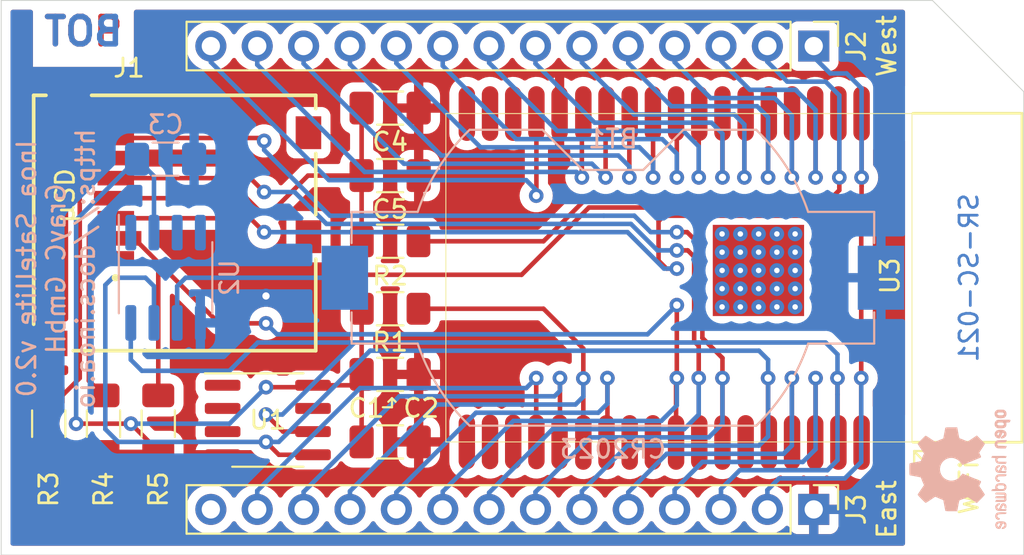
<source format=kicad_pcb>
(kicad_pcb (version 20211014) (generator pcbnew)
  (title_block (title "Satellite SoM") (date "2023-03-30") (rev "2.1") (company "GrayC GmbH") (comment 1 "Fabian Schlegel") (comment 2 "56x30.4") (comment 3 "ESP32-WROVER-IE, ATECC608A, µSD, RTC") (comment 4 "Microcontroller with Crypto and Storage as single Module"))
  (layers (0 "F.Cu" signal) (31 "B.Cu" signal) (34 "B.Paste" user) (35 "F.Paste" user) (36 "B.SilkS" user "B.Silkscreen") (37 "F.SilkS" user "F.Silkscreen") (38 "B.Mask" user) (39 "F.Mask" user) (44 "Edge.Cuts" user))
  (net 0 "")
  (net 1 "+3V3")
  (net 2 "GND")
  (net 5 "IO15")
  (net 6 "IO2")
  (net 7 "IO0")
  (net 8 "IO4")
  (net 9 "IO5")
  (net 10 "IO18")
  (net 11 "IO19")
  (net 12 "U0RXD")
  (net 13 "U0TXD")
  (net 14 "IO23")
  (net 15 "IO13")
  (net 16 "IO12")
  (net 17 "IO14")
  (net 18 "IO27")
  (net 19 "IO26")
  (net 20 "IO25")
  (net 21 "IO33")
  (net 22 "IO32")
  (net 23 "I35")
  (net 24 "I34")
  (net 25 "I39")
  (net 26 "I36")
  (net 27 "Chip_PU")
  (net 30 "IO22")
  (net 31 "IO21")
  (net 43 "Net-(BT1-Pad1)")
  (footprint "Capacitor_SMD:C_1206_3216Metric_Pad1.33x1.80mm_HandSolder" (layer "F.Cu") (at 141.3 100.8 180)
    (fp_text reference "C1" (at 1.3 -1.85) (layer "F.SilkS"))
    (fp_text value "100nF")
    (pad "1" smd roundrect locked (at -1.5625 0 180) (size 1.325 1.8) (layers "F.Cu" "F.Paste" "F.Mask") (roundrect_rratio 0.188679) (net 2 "GND"))
    (pad "2" smd roundrect locked (at 1.5625 0 180) (size 1.325 1.8) (layers "F.Cu" "F.Paste" "F.Mask") (roundrect_rratio 0.188679) (net 1 "+3V3"))
  )
  (footprint "Capacitor_SMD:C_1206_3216Metric_Pad1.33x1.80mm_HandSolder" (layer "F.Cu") (at 141.3 104.5)
    (fp_text reference "C2" (at 1.7 -1.85) (layer "F.SilkS"))
    (fp_text value "100nF")
    (pad "1" smd roundrect locked (at -1.5625 0) (size 1.325 1.8) (layers "F.Cu" "F.Paste" "F.Mask") (roundrect_rratio 0.188679) (net 1 "+3V3"))
    (pad "2" smd roundrect locked (at 1.5625 0) (size 1.325 1.8) (layers "F.Cu" "F.Paste" "F.Mask") (roundrect_rratio 0.188679) (net 2 "GND"))
  )
  (footprint "Capacitor_SMD:C_1206_3216Metric_Pad1.33x1.80mm_HandSolder" (layer "F.Cu") (at 141.3 86.2 180)
    (fp_text reference "C4" (at 0 -1.85) (layer "F.SilkS"))
    (fp_text value "100nF")
    (pad "1" smd roundrect locked (at -1.5625 0 180) (size 1.325 1.8) (layers "F.Cu" "F.Paste" "F.Mask") (roundrect_rratio 0.188679) (net 2 "GND"))
    (pad "2" smd roundrect locked (at 1.5625 0 180) (size 1.325 1.8) (layers "F.Cu" "F.Paste" "F.Mask") (roundrect_rratio 0.188679) (net 1 "+3V3"))
  )
  (footprint "Capacitor_SMD:C_1206_3216Metric_Pad1.33x1.80mm_HandSolder" (layer "F.Cu") (at 141.3 89.9 180)
    (fp_text reference "C5" (at 0 -1.85) (layer "F.SilkS"))
    (fp_text value "100nF")
    (pad "1" smd roundrect locked (at -1.5625 0 180) (size 1.325 1.8) (layers "F.Cu" "F.Paste" "F.Mask") (roundrect_rratio 0.188679) (net 2 "GND"))
    (pad "2" smd roundrect locked (at 1.5625 0 180) (size 1.325 1.8) (layers "F.Cu" "F.Paste" "F.Mask") (roundrect_rratio 0.188679) (net 1 "+3V3"))
  )
  (footprint "footprints:ESP32-WROVER" (layer "F.Cu") (at 169.3 95.5 -90)
    (fp_text reference "U3" (at -0.1 0.62 90) (layer "F.SilkS"))
    (fp_text value "ESP32-WROVER-IE-16MB" hide)
    (pad "1" smd oval locked (at -9 0.91 270) (size 3 0.9) (layers "F.Cu" "F.Paste" "F.Mask") (net 2 "GND"))
    (pad "2" smd oval locked (at -9 2.18 270) (size 3 0.9) (layers "F.Cu" "F.Paste" "F.Mask") (net 1 "+3V3"))
    (pad "3" smd oval locked (at -9 3.45 270) (size 3 0.9) (layers "F.Cu" "F.Paste" "F.Mask") (net 27 "Chip_PU"))
    (pad "4" smd oval locked (at -9 4.72 270) (size 3 0.9) (layers "F.Cu" "F.Paste" "F.Mask") (net 26 "I36"))
    (pad "5" smd oval locked (at -9 5.99 270) (size 3 0.9) (layers "F.Cu" "F.Paste" "F.Mask") (net 25 "I39"))
    (pad "6" smd oval locked (at -9 7.26 270) (size 3 0.9) (layers "F.Cu" "F.Paste" "F.Mask") (net 24 "I34"))
    (pad "7" smd oval locked (at -9 8.53 270) (size 3 0.9) (layers "F.Cu" "F.Paste" "F.Mask") (net 23 "I35"))
    (pad "8" smd oval locked (at -9 9.8 270) (size 3 0.9) (layers "F.Cu" "F.Paste" "F.Mask") (net 22 "IO32"))
    (pad "9" smd oval locked (at -9 11.07 270) (size 3 0.9) (layers "F.Cu" "F.Paste" "F.Mask") (net 21 "IO33"))
    (pad "10" smd oval locked (at -9 12.34 270) (size 3 0.9) (layers "F.Cu" "F.Paste" "F.Mask") (net 20 "IO25"))
    (pad "11" smd oval locked (at -9 13.61 270) (size 3 0.9) (layers "F.Cu" "F.Paste" "F.Mask") (net 19 "IO26"))
    (pad "12" smd oval locked (at -9 14.88 270) (size 3 0.9) (layers "F.Cu" "F.Paste" "F.Mask") (net 18 "IO27"))
    (pad "13" smd oval locked (at -9 16.15 270) (size 3 0.9) (layers "F.Cu" "F.Paste" "F.Mask") (net 17 "IO14"))
    (pad "14" smd oval locked (at -9 17.42 270) (size 3 0.9) (layers "F.Cu" "F.Paste" "F.Mask") (net 16 "IO12"))
    (pad "15" smd oval locked (at -9 18.72 270) (size 3 0.9) (layers "F.Cu" "F.Paste" "F.Mask") (net 2 "GND"))
    (pad "16" smd oval locked (at -9 19.99 270) (size 3 0.9) (layers "F.Cu" "F.Paste" "F.Mask") (net 15 "IO13"))
    (pad "17" smd oval locked (at -9 21.26 270) (size 3 0.9) (layers "F.Cu" "F.Paste" "F.Mask"))
    (pad "18" smd oval locked (at -9 22.53 270) (size 3 0.9) (layers "F.Cu" "F.Paste" "F.Mask"))
    (pad "19" smd oval locked (at -9 23.8 270) (size 3 0.9) (layers "F.Cu" "F.Paste" "F.Mask"))
    (pad "20" smd oval locked (at 9 23.8 270) (size 3 0.9) (layers "F.Cu" "F.Paste" "F.Mask"))
    (pad "21" smd oval locked (at 9 22.53 270) (size 3 0.9) (layers "F.Cu" "F.Paste" "F.Mask"))
    (pad "22" smd oval locked (at 9 21.26 270) (size 3 0.9) (layers "F.Cu" "F.Paste" "F.Mask"))
    (pad "23" smd oval locked (at 9 19.99 270) (size 3 0.9) (layers "F.Cu" "F.Paste" "F.Mask") (net 5 "IO15"))
    (pad "24" smd oval locked (at 9 18.72 270) (size 3 0.9) (layers "F.Cu" "F.Paste" "F.Mask") (net 6 "IO2"))
    (pad "25" smd oval locked (at 9.03 17.42 270) (size 3 0.9) (layers "F.Cu" "F.Paste" "F.Mask") (net 7 "IO0"))
    (pad "26" smd oval locked (at 9.03 16.15 270) (size 3 0.9) (layers "F.Cu" "F.Paste" "F.Mask") (net 8 "IO4"))
    (pad "27" smd oval locked (at 9.03 14.88 270) (size 3 0.9) (layers "F.Cu" "F.Paste" "F.Mask"))
    (pad "28" smd oval locked (at 9.03 13.61 270) (size 3 0.9) (layers "F.Cu" "F.Paste" "F.Mask"))
    (pad "29" smd oval locked (at 9.03 12.34 270) (size 3 0.9) (layers "F.Cu" "F.Paste" "F.Mask") (net 9 "IO5"))
    (pad "30" smd oval locked (at 9.03 11.07 270) (size 3 0.9) (layers "F.Cu" "F.Paste" "F.Mask") (net 10 "IO18"))
    (pad "31" smd oval locked (at 9.03 9.8 270) (size 3 0.9) (layers "F.Cu" "F.Paste" "F.Mask") (net 11 "IO19"))
    (pad "32" smd oval locked (at 9.03 8.53 270) (size 3 0.9) (layers "F.Cu" "F.Paste" "F.Mask"))
    (pad "33" smd oval locked (at 9.03 7.26 270) (size 3 0.9) (layers "F.Cu" "F.Paste" "F.Mask") (net 31 "IO21"))
    (pad "34" smd oval locked (at 9.03 5.99 270) (size 3 0.9) (layers "F.Cu" "F.Paste" "F.Mask") (net 12 "U0RXD"))
    (pad "35" smd oval locked (at 9.03 4.72 270) (size 3 0.9) (layers "F.Cu" "F.Paste" "F.Mask") (net 13 "U0TXD"))
    (pad "36" smd oval locked (at 9.03 3.45 270) (size 3 0.9) (layers "F.Cu" "F.Paste" "F.Mask") (net 30 "IO22"))
    (pad "37" smd oval locked (at 9.03 2.18 270) (size 3 0.9) (layers "F.Cu" "F.Paste" "F.Mask") (net 14 "IO23"))
    (pad "38" smd oval locked (at 9.03 0.91 270) (size 3 0.9) (layers "F.Cu" "F.Paste" "F.Mask") (net 2 "GND"))
    (pad "39" thru_hole circle locked (at -0.4 5.82 270) (size 0.8 0.8) (drill 0.3) (layers *.Cu *.Mask))
    (pad "39" thru_hole circle locked (at 0.6 9.82 270) (size 0.8 0.8) (drill 0.3) (layers *.Cu *.Mask))
    (pad "39" thru_hole circle locked (at -1.4 5.82 270) (size 0.8 0.8) (drill 0.3) (layers *.Cu *.Mask))
    (pad "39" smd rect locked (at -0.4 7.83 270) (size 5 5) (layers "F.Cu" "F.Paste" "F.Mask"))
    (pad "39" thru_hole circle locked (at 1.6 9.82 270) (size 0.8 0.8) (drill 0.3) (layers *.Cu *.Mask))
    (pad "39" thru_hole circle locked (at -2.4 9.82 270) (size 0.8 0.8) (drill 0.3) (layers *.Cu *.Mask))
    (pad "39" thru_hole circle locked (at -2.4 8.82 270) (size 0.8 0.8) (drill 0.3) (layers *.Cu *.Mask))
    (pad "39" thru_hole circle locked (at -2.4 7.82 270) (size 0.8 0.8) (drill 0.3) (layers *.Cu *.Mask))
    (pad "39" thru_hole circle locked (at -1.4 8.82 270) (size 0.8 0.8) (drill 0.3) (layers *.Cu *.Mask))
    (pad "39" thru_hole circle locked (at -0.4 9.82 270) (size 0.8 0.8) (drill 0.3) (layers *.Cu *.Mask))
    (pad "39" thru_hole circle locked (at 1.6 8.82 270) (size 0.8 0.8) (drill 0.3) (layers *.Cu *.Mask))
    (pad "39" thru_hole circle locked (at -0.4 8.82 270) (size 0.8 0.8) (drill 0.3) (layers *.Cu *.Mask))
    (pad "39" thru_hole circle locked (at 0.6 8.82 270) (size 0.8 0.8) (drill 0.3) (layers *.Cu *.Mask))
    (pad "39" thru_hole circle locked (at 1.6 6.82 270) (size 0.8 0.8) (drill 0.3) (layers *.Cu *.Mask))
    (pad "39" thru_hole circle locked (at 1.6 7.82 270) (size 0.8 0.8) (drill 0.3) (layers *.Cu *.Mask))
    (pad "39" thru_hole circle locked (at 0.6 7.82 270) (size 0.8 0.8) (drill 0.3) (layers *.Cu *.Mask))
    (pad "39" thru_hole circle locked (at -0.4 6.82 270) (size 0.8 0.8) (drill 0.3) (layers *.Cu *.Mask))
    (pad "39" thru_hole circle locked (at -2.4 6.82 270) (size 0.8 0.8) (drill 0.3) (layers *.Cu *.Mask))
    (pad "39" thru_hole circle locked (at 0.6 6.82 270) (size 0.8 0.8) (drill 0.3) (layers *.Cu *.Mask))
    (pad "39" thru_hole circle locked (at 1.6 5.82 270) (size 0.8 0.8) (drill 0.3) (layers *.Cu *.Mask))
    (pad "39" thru_hole circle locked (at -1.4 7.82 270) (size 0.8 0.8) (drill 0.3) (layers *.Cu *.Mask))
    (pad "39" thru_hole circle locked (at -0.4 7.82 270) (size 0.8 0.8) (drill 0.3) (layers *.Cu *.Mask))
    (pad "39" thru_hole circle locked (at 0.6 5.82 270) (size 0.8 0.8) (drill 0.3) (layers *.Cu *.Mask))
    (pad "39" thru_hole circle locked (at -1.4 6.82 270) (size 0.8 0.8) (drill 0.3) (layers *.Cu *.Mask))
    (pad "39" thru_hole circle locked (at -1.4 9.82 270) (size 0.8 0.8) (drill 0.3) (layers *.Cu *.Mask))
    (pad "39" thru_hole circle locked (at -2.4 5.82 270) (size 0.8 0.8) (drill 0.3) (layers *.Cu *.Mask))
  )
  (footprint "Resistor_SMD:R_1206_3216Metric_Pad1.30x1.75mm_HandSolder" (layer "F.Cu") (at 141.3 93.5 180)
    (fp_text reference "R2" (at 0 -1.9) (layer "F.SilkS"))
    (fp_text value "10k")
    (pad "1" smd roundrect locked (at -1.55 0 180) (size 1.3 1.75) (layers "F.Cu" "F.Paste" "F.Mask") (roundrect_rratio 0.192308) (net 27 "Chip_PU"))
    (pad "2" smd roundrect locked (at 1.55 0 180) (size 1.3 1.75) (layers "F.Cu" "F.Paste" "F.Mask") (roundrect_rratio 0.192308) (net 1 "+3V3"))
  )
  (footprint "Package_SO:SOIC-8_3.9x4.9mm_P1.27mm" (layer "F.Cu") (at 134.6 103.3)
    (fp_text reference "U1" (at 0 0 180) (layer "F.SilkS"))
    (fp_text value "ATECC608A-SSHDA" hide)
    (pad "1" smd roundrect locked (at -2.475 -1.905) (size 1.95 0.6) (layers "F.Cu" "F.Paste" "F.Mask"))
    (pad "2" smd roundrect locked (at -2.475 -0.635) (size 1.95 0.6) (layers "F.Cu" "F.Paste" "F.Mask"))
    (pad "3" smd roundrect locked (at -2.475 0.635) (size 1.95 0.6) (layers "F.Cu" "F.Paste" "F.Mask"))
    (pad "4" smd roundrect locked (at -2.475 1.905) (size 1.95 0.6) (layers "F.Cu" "F.Paste" "F.Mask") (net 2 "GND"))
    (pad "5" smd roundrect locked (at 2.475 1.905) (size 1.95 0.6) (layers "F.Cu" "F.Paste" "F.Mask") (net 31 "IO21"))
    (pad "6" smd roundrect locked (at 2.475 0.635) (size 1.95 0.6) (layers "F.Cu" "F.Paste" "F.Mask") (net 30 "IO22"))
    (pad "7" smd roundrect locked (at 2.475 -0.635) (size 1.95 0.6) (layers "F.Cu" "F.Paste" "F.Mask"))
    (pad "8" smd roundrect locked (at 2.475 -1.905) (size 1.95 0.6) (layers "F.Cu" "F.Paste" "F.Mask") (net 1 "+3V3"))
  )
  (footprint "Resistor_SMD:R_1206_3216Metric_Pad1.30x1.75mm_HandSolder" (layer "F.Cu") (at 122.6 103.5 -90)
    (fp_text reference "R3" (at 3.6 0 90) (layer "F.SilkS"))
    (fp_text value "10k")
    (pad "1" smd roundrect locked (at -1.55 0 270) (size 1.3 1.75) (layers "F.Cu" "F.Paste" "F.Mask") (roundrect_rratio 0.192308) (net 11 "IO19"))
    (pad "2" smd roundrect locked (at 1.55 0 270) (size 1.3 1.75) (layers "F.Cu" "F.Paste" "F.Mask") (roundrect_rratio 0.192308) (net 1 "+3V3"))
  )
  (footprint "Resistor_SMD:R_1206_3216Metric_Pad1.30x1.75mm_HandSolder" (layer "F.Cu") (at 125.6 103.5 -90)
    (fp_text reference "R4" (at 3.6 0 90) (layer "F.SilkS"))
    (fp_text value "10k")
    (pad "1" smd roundrect locked (at -1.55 0 270) (size 1.3 1.75) (layers "F.Cu" "F.Paste" "F.Mask") (roundrect_rratio 0.192308) (net 14 "IO23"))
    (pad "2" smd roundrect locked (at 1.55 0 270) (size 1.3 1.75) (layers "F.Cu" "F.Paste" "F.Mask") (roundrect_rratio 0.192308) (net 1 "+3V3"))
  )
  (footprint "Resistor_SMD:R_1206_3216Metric_Pad1.30x1.75mm_HandSolder" (layer "F.Cu") (at 128.6 103.5 -90)
    (fp_text reference "R5" (at 3.6 0 90) (layer "F.SilkS"))
    (fp_text value "10k")
    (pad "1" smd roundrect locked (at -1.55 0 270) (size 1.3 1.75) (layers "F.Cu" "F.Paste" "F.Mask") (roundrect_rratio 0.192308) (net 9 "IO5"))
    (pad "2" smd roundrect locked (at 1.55 0 270) (size 1.3 1.75) (layers "F.Cu" "F.Paste" "F.Mask") (roundrect_rratio 0.192308) (net 1 "+3V3"))
  )
  (footprint "Connector_PinHeader_2.54mm:PinHeader_1x14_P2.54mm_Vertical" (layer "F.Cu") (at 164.5 108.2 -90)
    (fp_text reference "J3" (at 0 -2.33 90) (layer "F.SilkS"))
    (fp_text value "East" (at 0 -4 90) (layer "F.SilkS"))
    (pad "1" thru_hole rect locked (at 0 0 270) (size 1.7 1.7) (drill 1) (layers *.Cu *.Mask) (net 2 "GND"))
    (pad "2" thru_hole oval locked (at 0 2.54 270) (size 1.7 1.7) (drill 1) (layers *.Cu *.Mask) (net 14 "IO23"))
    (pad "3" thru_hole oval locked (at 0 5.08 270) (size 1.7 1.7) (drill 1) (layers *.Cu *.Mask) (net 30 "IO22"))
    (pad "4" thru_hole oval locked (at 0 7.62 270) (size 1.7 1.7) (drill 1) (layers *.Cu *.Mask) (net 13 "U0TXD"))
    (pad "5" thru_hole oval locked (at 0 10.16 270) (size 1.7 1.7) (drill 1) (layers *.Cu *.Mask) (net 12 "U0RXD"))
    (pad "6" thru_hole oval locked (at 0 12.7 270) (size 1.7 1.7) (drill 1) (layers *.Cu *.Mask) (net 31 "IO21"))
    (pad "7" thru_hole oval locked (at 0 15.24 270) (size 1.7 1.7) (drill 1) (layers *.Cu *.Mask) (net 11 "IO19"))
    (pad "8" thru_hole oval locked (at 0 17.78 270) (size 1.7 1.7) (drill 1) (layers *.Cu *.Mask) (net 10 "IO18"))
    (pad "9" thru_hole oval locked (at 0 20.32 270) (size 1.7 1.7) (drill 1) (layers *.Cu *.Mask) (net 9 "IO5"))
    (pad "10" thru_hole oval locked (at 0 22.86 270) (size 1.7 1.7) (drill 1) (layers *.Cu *.Mask) (net 8 "IO4"))
    (pad "11" thru_hole oval locked (at 0 25.4 270) (size 1.7 1.7) (drill 1) (layers *.Cu *.Mask) (net 7 "IO0"))
    (pad "12" thru_hole oval locked (at 0 27.94 270) (size 1.7 1.7) (drill 1) (layers *.Cu *.Mask) (net 6 "IO2"))
    (pad "13" thru_hole oval locked (at 0 30.48 270) (size 1.7 1.7) (drill 1) (layers *.Cu *.Mask) (net 5 "IO15"))
    (pad "14" thru_hole oval locked (at 0 33.02 270) (size 1.7 1.7) (drill 1) (layers *.Cu *.Mask))
  )
  (footprint "Resistor_SMD:R_1206_3216Metric_Pad1.30x1.75mm_HandSolder" (layer "F.Cu") (at 141.3 97.2 180)
    (fp_text reference "R1" (at 0 -1.82) (layer "F.SilkS"))
    (fp_text value "10k")
    (pad "1" smd roundrect locked (at -1.55 0 180) (size 1.3 1.75) (layers "F.Cu" "F.Paste" "F.Mask") (roundrect_rratio 0.192308) (net 7 "IO0"))
    (pad "2" smd roundrect locked (at 1.55 0 180) (size 1.3 1.75) (layers "F.Cu" "F.Paste" "F.Mask") (roundrect_rratio 0.192308) (net 1 "+3V3"))
  )
  (footprint "Connector_PinHeader_2.54mm:PinHeader_1x14_P2.54mm_Vertical" (layer "F.Cu") (at 164.5 82.8 -90)
    (fp_text reference "J2" (at 0 -2.33 90) (layer "F.SilkS"))
    (fp_text value "West" (at 0 -4 90) (layer "F.SilkS"))
    (pad "1" thru_hole rect locked (at 0 0 270) (size 1.7 1.7) (drill 1) (layers *.Cu *.Mask) (net 1 "+3V3"))
    (pad "2" thru_hole oval locked (at 0 2.54 270) (size 1.7 1.7) (drill 1) (layers *.Cu *.Mask) (net 27 "Chip_PU"))
    (pad "3" thru_hole oval locked (at 0 5.08 270) (size 1.7 1.7) (drill 1) (layers *.Cu *.Mask) (net 26 "I36"))
    (pad "4" thru_hole oval locked (at 0 7.62 270) (size 1.7 1.7) (drill 1) (layers *.Cu *.Mask) (net 25 "I39"))
    (pad "5" thru_hole oval locked (at 0 10.16 270) (size 1.7 1.7) (drill 1) (layers *.Cu *.Mask) (net 24 "I34"))
    (pad "6" thru_hole oval locked (at 0 12.7 270) (size 1.7 1.7) (drill 1) (layers *.Cu *.Mask) (net 23 "I35"))
    (pad "7" thru_hole oval locked (at 0 15.24 270) (size 1.7 1.7) (drill 1) (layers *.Cu *.Mask) (net 22 "IO32"))
    (pad "8" thru_hole oval locked (at 0 17.78 270) (size 1.7 1.7) (drill 1) (layers *.Cu *.Mask) (net 21 "IO33"))
    (pad "9" thru_hole oval locked (at 0 20.32 270) (size 1.7 1.7) (drill 1) (layers *.Cu *.Mask) (net 20 "IO25"))
    (pad "10" thru_hole oval locked (at 0 22.86 270) (size 1.7 1.7) (drill 1) (layers *.Cu *.Mask) (net 19 "IO26"))
    (pad "11" thru_hole oval locked (at 0 25.4 270) (size 1.7 1.7) (drill 1) (layers *.Cu *.Mask) (net 18 "IO27"))
    (pad "12" thru_hole oval locked (at 0 27.94 270) (size 1.7 1.7) (drill 1) (layers *.Cu *.Mask) (net 17 "IO14"))
    (pad "13" thru_hole oval locked (at 0 30.48 270) (size 1.7 1.7) (drill 1) (layers *.Cu *.Mask) (net 16 "IO12"))
    (pad "14" thru_hole oval locked (at 0 33.02 270) (size 1.7 1.7) (drill 1) (layers *.Cu *.Mask) (net 15 "IO13"))
  )
  (footprint "footprints:GCT_MEM2061-01-188-00-A_REVA" (layer "F.Cu") (at 129.5 92.5 -90)
    (fp_text reference "J1" (at -8.5 2.5 180) (layer "F.SilkS"))
    (fp_text value "Micro_SD" hide)
    (pad "1" smd rect locked (at 1.94 3.225 270) (size 0.8 2) (layers "F.Cu" "F.Paste" "F.Mask"))
    (pad "2" smd rect locked (at 0.84 2.825 270) (size 0.8 2) (layers "F.Cu" "F.Paste" "F.Mask") (net 9 "IO5"))
    (pad "3" smd rect locked (at -0.26 3.225 270) (size 0.8 2) (layers "F.Cu" "F.Paste" "F.Mask") (net 14 "IO23"))
    (pad "4" smd rect locked (at -1.36 3.425 270) (size 0.8 2) (layers "F.Cu" "F.Paste" "F.Mask") (net 1 "+3V3"))
    (pad "5" smd rect locked (at -2.46 3.225 270) (size 0.8 2) (layers "F.Cu" "F.Paste" "F.Mask") (net 10 "IO18"))
    (pad "6" smd rect locked (at -3.56 3.425 270) (size 0.8 2) (layers "F.Cu" "F.Paste" "F.Mask") (net 2 "GND"))
    (pad "7" smd rect locked (at -4.66 3.225 270) (size 0.8 2) (layers "F.Cu" "F.Paste" "F.Mask") (net 11 "IO19"))
    (pad "8" smd rect locked (at -5.76 3.225 270) (size 0.8 2) (layers "F.Cu" "F.Paste" "F.Mask"))
    (pad "9" smd rect locked (at -4.95 -7.325 270) (size 1.8 1.4) (layers "F.Cu" "F.Paste" "F.Mask"))
    (pad "10" smd rect locked (at 0.75 -7.325 270) (size 1.8 1.4) (layers "F.Cu" "F.Paste" "F.Mask"))
    (pad "11" smd rect locked (at -6.55 5.825 270) (size 1.4 1.9) (layers "F.Cu" "F.Paste" "F.Mask") (net 2 "GND"))
    (pad "12" smd rect locked (at 6.6 6.825 270) (size 1.4 1.9) (layers "F.Cu" "F.Paste" "F.Mask"))
  )
  (footprint "images:grayc-logo-negative" (layer "B.Cu") (at 123 107.3 180)
    (fp_text reference "G2" hide)
    (fp_text value "LOGO" hide)
  )
  (footprint "Symbol:OSHW-Logo2_7.3x6mm_SilkScreen" (layer "B.Cu") (at 172.5 106 -90)
    (fp_text reference "G1" hide)
    (fp_text value "Logo_Open_Hardware_Small" hide)
  )
  (footprint "Package_SO:SOIC-8_3.9x4.9mm_P1.27mm" (layer "B.Cu") (at 129 95.5 -90)
    (fp_text reference "U2" (at 0 -3.5 90) (layer "B.SilkS") (effects (justify mirror)))
    (fp_text value "DS3231MZ")
    (pad "1" smd roundrect (at -2.475 1.905 270) (size 1.95 0.6) (layers "B.Cu" "B.Paste" "B.Mask"))
    (pad "2" smd roundrect (at -2.475 0.635 270) (size 1.95 0.6) (layers "B.Cu" "B.Paste" "B.Mask") (net 1 "+3V3"))
    (pad "3" smd roundrect (at -2.475 -0.635 270) (size 1.95 0.6) (layers "B.Cu" "B.Paste" "B.Mask"))
    (pad "4" smd roundrect (at -2.475 -1.905 270) (size 1.95 0.6) (layers "B.Cu" "B.Paste" "B.Mask"))
    (pad "5" smd roundrect (at 2.475 -1.905 270) (size 1.95 0.6) (layers "B.Cu" "B.Paste" "B.Mask") (net 2 "GND"))
    (pad "6" smd roundrect (at 2.475 -0.635 270) (size 1.95 0.6) (layers "B.Cu" "B.Paste" "B.Mask") (net 43 "Net-(BT1-Pad1)"))
    (pad "7" smd roundrect (at 2.475 0.635 270) (size 1.95 0.6) (layers "B.Cu" "B.Paste" "B.Mask") (net 31 "IO21"))
    (pad "8" smd roundrect (at 2.475 1.905 270) (size 1.95 0.6) (layers "B.Cu" "B.Paste" "B.Mask") (net 30 "IO22"))
  )
  (footprint "Battery:BatteryHolder_Keystone_1058_1x2032" (layer "B.Cu") (at 153.5 95.5)
    (fp_text reference "BT1" (at 0 -7.62) (layer "B.SilkS") (effects (justify mirror)))
    (fp_text value "CR2023" (at 0 9.398) (layer "B.SilkS") (effects (justify mirror)))
    (pad "1" smd rect (at -14.68 0) (size 2.54 3.51) (layers "B.Cu" "B.Paste" "B.Mask") (net 43 "Net-(BT1-Pad1)"))
    (pad "2" smd rect (at 14.68 0) (size 2.54 3.51) (layers "B.Cu" "B.Paste" "B.Mask") (net 2 "GND"))
  )
  (footprint "Capacitor_SMD:C_1206_3216Metric_Pad1.33x1.80mm_HandSolder" (layer "B.Cu") (at 129 89)
    (fp_text reference "C3" (at 0 -1.9) (layer "B.SilkS") (effects (justify mirror)))
    (fp_text value "100nF")
    (pad "1" smd roundrect (at -1.5625 0) (size 1.325 1.8) (layers "B.Cu" "B.Paste" "B.Mask") (roundrect_rratio 0.188679) (net 1 "+3V3"))
    (pad "2" smd roundrect (at 1.5625 0) (size 1.325 1.8) (layers "B.Cu" "B.Paste" "B.Mask") (roundrect_rratio 0.188679) (net 2 "GND"))
  )
  (gr_line (start 170 105) (end 171 105) (layer "F.SilkS") (width 0.12))
  (gr_line (start 140.9 102.6) (end 141.4 102.6) (layer "F.SilkS") (width 0.12))
  (gr_line (start 170 105) (end 171.7 106.8) (layer "F.SilkS") (width 0.12))
  (gr_line (start 170 105) (end 170 106) (layer "F.SilkS") (width 0.12))
  (gr_line (start 141.4 102.6) (end 141.4 102.1) (layer "F.SilkS") (width 0.12))
  (gr_line (start 141.4 102.1) (end 141.2 102.3) (layer "F.SilkS") (width 0.12))
  (gr_line (start 141.4 102.1) (end 141.6 102.3) (layer "F.SilkS") (width 0.12))
  (gr_line (start 120 110.7) (end 120 80.3) (layer "Edge.Cuts") (width 0.05))
  (gr_line (start 171 80.3) (end 176 85.3) (layer "Edge.Cuts") (width 0.05))
  (gr_line (start 176 85.3) (end 176 110.7) (layer "Edge.Cuts") (width 0.05))
  (gr_line (start 120 80.3) (end 171 80.3) (layer "Edge.Cuts") (width 0.05))
  (gr_line (start 176 110.7) (end 120 110.7) (layer "Edge.Cuts") (width 0.05))
  (gr_text "TOP" (at 124.5 82) (layer "F.Cu") (effects (font (size 1.5 1.5) (thickness 0.3))))
  (gr_text "SR-SC-021" (at 173 95.5 90) (layer "B.Cu") (effects (font (size 1 1)) (justify mirror)))
  (gr_text "BOT" (at 124.5 82) (layer "B.Cu") (effects (font (size 1.5 1.5) (thickness 0.3)) (justify mirror)))
  (gr_text "Inoa Satellite v2.0\nGrayC GmbH\nhttps://docs.inoa.io" (at 123 95 90) (layer "B.SilkS") (effects (font (size 1 1)) (justify mirror)))
  (gr_text "µSD" (at 123.5 91 90) (layer "F.SilkS") (effects (font (size 1 1))))
  (gr_text "WiFi" (at 173 107 90) (layer "F.SilkS") (effects (font (size 1 1))))
  (segment (start 167.12 90.48) (end 167.12 91.18) (width 0.25) (layer "F.Cu") (net 1))
  (segment (start 134.8 91.9) (end 136.8 89.9) (width 0.25) (layer "F.Cu") (net 1))
  (segment (start 127.1 103.5) (end 124.1 103.5) (width 0.25) (layer "F.Cu") (net 1))
  (segment (start 134.5 101.5) (end 136.97 101.5) (width 0.25) (layer "F.Cu") (net 1))
  (segment (start 128.6 105) (end 127.1 103.5) (width 0.25) (layer "F.Cu") (net 1))
  (segment (start 126.075 91.14) (end 133.44 91.14) (width 0.25) (layer "F.Cu") (net 1))
  (segment (start 139.7375 95.3375) (end 139.7375 104.5) (width 0.25) (layer "F.Cu") (net 1))
  (segment (start 166.649991 91.650009) (end 152.1864 91.65001) (width 0.25) (layer "F.Cu") (net 1))
  (segment (start 152.1864 91.65001) (end 148.49891 95.3375) (width 0.25) (layer "F.Cu") (net 1))
  (segment (start 139.1425 101.395) (end 139.7375 100.8) (width 0.25) (layer "F.Cu") (net 1))
  (segment (start 128.6 105.05) (end 128.6 105) (width 0.25) (layer "F.Cu") (net 1))
  (segment (start 136.97 101.5) (end 137.075 101.395) (width 0.25) (layer "F.Cu") (net 1))
  (segment (start 139.7375 86.2) (end 139.7375 91.8625) (width 0.25) (layer "F.Cu") (net 1))
  (segment (start 128.6 105.05) (end 125.6 105.05) (width 0.25) (layer "F.Cu") (net 1))
  (segment (start 137.075 101.395) (end 139.1425 101.395) (width 0.25) (layer "F.Cu") (net 1))
  (segment (start 136.8 89.9) (end 139.7375 89.9) (width 0.25) (layer "F.Cu") (net 1))
  (segment (start 167.12 91.18) (end 166.649991 91.650009) (width 0.25) (layer "F.Cu") (net 1))
  (segment (start 125.6 105.05) (end 122.6 105.05) (width 0.25) (layer "F.Cu") (net 1))
  (segment (start 139.7375 91.8625) (end 139.7375 95.3375) (width 0.25) (layer "F.Cu") (net 1))
  (segment (start 134.2 91.9) (end 134.8 91.9) (width 0.25) (layer "F.Cu") (net 1))
  (segment (start 167.12 86.5) (end 167.12 90.48) (width 0.25) (layer "F.Cu") (net 1))
  (segment (start 133.44 91.14) (end 134.2 91.9) (width 0.25) (layer "F.Cu") (net 1))
  (segment (start 148.49891 95.3375) (end 139.7375 95.3375) (width 0.25) (layer "F.Cu") (net 1))
  (via (at 127.1 103.5) (size 0.8) (drill 0.4) (layers "F.Cu" "B.Cu") (net 1))
  (via (at 167.12 90) (size 0.8) (drill 0.4) (layers "F.Cu" "B.Cu") (net 1))
  (via (at 124.1 103.5) (size 0.8) (drill 0.4) (layers "F.Cu" "B.Cu") (net 1))
  (via (at 134.5 101.5) (size 0.8) (drill 0.4) (layers "F.Cu" "B.Cu") (net 1))
  (segment (start 128.365 89.9275) (end 127.4375 89) (width 0.25) (layer "B.Cu") (net 1))
  (segment (start 165.4 84.3) (end 166.3 84.3) (width 0.25) (layer "B.Cu") (net 1))
  (segment (start 132.5 103.5) (end 134.5 101.5) (width 0.25) (layer "B.Cu") (net 1))
  (segment (start 127.1 103.5) (end 132.5 103.5) (width 0.25) (layer "B.Cu") (net 1))
  (segment (start 164.5 82.5) (end 164.5 83.4) (width 0.25) (layer "B.Cu") (net 1))
  (segment (start 166.3 84.3) (end 167.12 85.12) (width 0.25) (layer "B.Cu") (net 1))
  (segment (start 128.365 93.025) (end 128.365 89.9275) (width 0.25) (layer "B.Cu") (net 1))
  (segment (start 164.5 83.4) (end 165.4 84.3) (width 0.25) (layer "B.Cu") (net 1))
  (segment (start 124.1 92.3375) (end 127.4375 89) (width 0.25) (layer "B.Cu") (net 1))
  (segment (start 167.12 85.12) (end 167.12 90) (width 0.25) (layer "B.Cu") (net 1))
  (segment (start 124.1 103.5) (end 124.1 92.3375) (width 0.25) (layer "B.Cu") (net 1))
  (via (at 134.5 96.5) (size 0.8) (drill 0.4) (layers "F.Cu" "B.Cu") (net 2))
  (segment (start 149.3 104.49) (end 149.31 104.5) (width 0.25) (layer "F.Cu") (net 5))
  (segment (start 149.3 101) (end 149.3 104.49) (width 0.25) (layer "F.Cu") (net 5))
  (via (at 149.3 101) (size 0.8) (drill 0.4) (layers "F.Cu" "B.Cu") (net 5))
  (segment (start 134.02 107.18) (end 139.65011 101.54989) (width 0.25) (layer "B.Cu") (net 5))
  (segment (start 139.65011 101.54989) (end 148.75011 101.54989) (width 0.25) (layer "B.Cu") (net 5))
  (segment (start 134.02 108.5) (end 134.02 107.18) (width 0.25) (layer "B.Cu") (net 5))
  (segment (start 148.75011 101.54989) (end 149.3 101) (width 0.25) (layer "B.Cu") (net 5))
  (segment (start 150.6 101) (end 150.6 104.48) (width 0.25) (layer "F.Cu") (net 6))
  (segment (start 150.6 104.48) (end 150.58 104.5) (width 0.25) (layer "F.Cu") (net 6))
  (via (at 150.6 101) (size 0.8) (drill 0.4) (layers "F.Cu" "B.Cu") (net 6))
  (segment (start 150.6 101.7) (end 150.6 101) (width 0.25) (layer "B.Cu") (net 6))
  (segment (start 141.8001 101.9999) (end 150.3001 101.9999) (width 0.25) (layer "B.Cu") (net 6))
  (segment (start 150.3001 101.9999) (end 150.6 101.7) (width 0.25) (layer "B.Cu") (net 6))
  (segment (start 136.56 107.24) (end 141.8001 101.9999) (width 0.25) (layer "B.Cu") (net 6))
  (segment (start 136.56 108.5) (end 136.56 107.24) (width 0.25) (layer "B.Cu") (net 6))
  (segment (start 151.88 101.02) (end 151.88 104.53) (width 0.25) (layer "F.Cu") (net 7))
  (segment (start 142.85 97.2) (end 149.7 97.2) (width 0.25) (layer "F.Cu") (net 7))
  (segment (start 151.88 99.38) (end 151.88 101.02) (width 0.25) (layer "F.Cu") (net 7))
  (segment (start 149.7 97.2) (end 151.88 99.38) (width 0.25) (layer "F.Cu") (net 7))
  (via (at 151.88 101.02) (size 0.8) (drill 0.4) (layers "F.Cu" "B.Cu") (net 7))
  (segment (start 143.85009 102.44991) (end 151.45009 102.44991) (width 0.25) (layer "B.Cu") (net 7))
  (segment (start 151.45009 102.44991) (end 151.88 102.02) (width 0.25) (layer "B.Cu") (net 7))
  (segment (start 139.1 108.5) (end 139.1 107.2) (width 0.25) (layer "B.Cu") (net 7))
  (segment (start 151.88 102.02) (end 151.88 101.02) (width 0.25) (layer "B.Cu") (net 7))
  (segment (start 139.1 107.2) (end 143.85009 102.44991) (width 0.25) (layer "B.Cu") (net 7))
  (segment (start 153.2 104.48) (end 153.15 104.53) (width 0.25) (layer "F.Cu") (net 8))
  (segment (start 153.2 101) (end 153.2 104.48) (width 0.25) (layer "F.Cu") (net 8))
  (via (at 153.2 101) (size 0.8) (drill 0.4) (layers "F.Cu" "B.Cu") (net 8))
  (segment (start 153.2 102.4) (end 153.2 101) (width 0.25) (layer "B.Cu") (net 8))
  (segment (start 141.64 108.5) (end 141.64 107.26) (width 0.25) (layer "B.Cu") (net 8))
  (segment (start 141.64 107.26) (end 146.00008 102.89992) (width 0.25) (layer "B.Cu") (net 8))
  (segment (start 146.00008 102.89992) (end 152.70008 102.89992) (width 0.25) (layer "B.Cu") (net 8))
  (segment (start 152.70008 102.89992) (end 153.2 102.4) (width 0.25) (layer "B.Cu") (net 8))
  (segment (start 128.6 94.665) (end 127.275 93.34) (width 0.25) (layer "F.Cu") (net 9))
  (segment (start 156.96 101.04) (end 157 101) (width 0.25) (layer "F.Cu") (net 9))
  (segment (start 131.935 98) (end 128.6 94.665) (width 0.25) (layer "F.Cu") (net 9))
  (segment (start 156.96 104.53) (end 156.96 101.04) (width 0.25) (layer "F.Cu") (net 9))
  (segment (start 126.675 93.34) (end 127.275 93.34) (width 0.25) (layer "F.Cu") (net 9))
  (segment (start 134.5 98) (end 131.935 98) (width 0.25) (layer "F.Cu") (net 9))
  (segment (start 128.6 101.95) (end 128.6 94.665) (width 0.25) (layer "F.Cu") (net 9))
  (segment (start 157 97) (end 157 101) (width 0.25) (layer "F.Cu") (net 9))
  (via (at 134.5 98) (size 0.8) (drill 0.4) (layers "F.Cu" "B.Cu") (net 9))
  (via (at 157 97) (size 0.8) (drill 0.4) (layers "F.Cu" "B.Cu") (net 9))
  (via (at 157 101) (size 0.8) (drill 0.4) (layers "F.Cu" "B.Cu") (net 9))
  (segment (start 157 97) (end 155.4 98.6) (width 0.25) (layer "B.Cu") (net 9))
  (segment (start 135.1 98.6) (end 134.5 98) (width 0.25) (layer "B.Cu") (net 9))
  (segment (start 157 102.5) (end 156.15007 103.34993) (width 0.25) (layer "B.Cu") (net 9))
  (segment (start 157 101) (end 157 102.5) (width 0.25) (layer "B.Cu") (net 9))
  (segment (start 155.4 98.6) (end 135.1 98.6) (width 0.25) (layer "B.Cu") (net 9))
  (segment (start 156.15007 103.34993) (end 148.05007 103.34993) (width 0.25) (layer "B.Cu") (net 9))
  (segment (start 148.05007 103.34993) (end 144.18 107.22) (width 0.25) (layer "B.Cu") (net 9))
  (segment (start 144.18 107.22) (end 144.18 108.5) (width 0.25) (layer "B.Cu") (net 9))
  (segment (start 133.64 90.04) (end 134.4 90.8) (width 0.25) (layer "F.Cu") (net 10))
  (segment (start 157.94999 94.34999) (end 157.94999 98.9864) (width 0.25) (layer "F.Cu") (net 10))
  (segment (start 158.2 104.5) (end 158.23 104.53) (width 0.25) (layer "F.Cu") (net 10))
  (segment (start 157.6 94) (end 157.94999 94.34999) (width 0.25) (layer "F.Cu") (net 10))
  (segment (start 126.275 90.04) (end 133.64 90.04) (width 0.25) (layer "F.Cu") (net 10))
  (segment (start 157 94) (end 157.6 94) (width 0.25) (layer "F.Cu") (net 10))
  (segment (start 158.2 101) (end 158.2 104.5) (width 0.25) (layer "F.Cu") (net 10))
  (segment (start 157.94999 98.9864) (end 158.2 99.23641) (width 0.25) (layer "F.Cu") (net 10))
  (segment (start 158.2 99.23641) (end 158.2 101) (width 0.25) (layer "F.Cu") (net 10))
  (via (at 158.2 101) (size 0.8) (drill 0.4) (layers "F.Cu" "B.Cu") (net 10))
  (via (at 134.4 90.8) (size 0.8) (drill 0.4) (layers "F.Cu" "B.Cu") (net 10))
  (via (at 157 94) (size 0.8) (drill 0.4) (layers "F.Cu" "B.Cu") (net 10))
  (segment (start 150.20006 103.79994) (end 157.40006 103.79994) (width 0.25) (layer "B.Cu") (net 10))
  (segment (start 158.2 103) (end 158.2 101) (width 0.25) (layer "B.Cu") (net 10))
  (segment (start 146.72 107.28) (end 150.20006 103.79994) (width 0.25) (layer "B.Cu") (net 10))
  (segment (start 155.93641 94) (end 157 94) (width 0.25) (layer "B.Cu") (net 10))
  (segment (start 136.06359 90.8) (end 137.81358 92.54999) (width 0.25) (layer "B.Cu") (net 10))
  (segment (start 137.81358 92.54999) (end 154.486401 92.549991) (width 0.25) (layer "B.Cu") (net 10))
  (segment (start 134.4 90.8) (end 136.06359 90.8) (width 0.25) (layer "B.Cu") (net 10))
  (segment (start 154.486401 92.549991) (end 155.93641 94) (width 0.25) (layer "B.Cu") (net 10))
  (segment (start 157.40006 103.79994) (end 158.2 103) (width 0.25) (layer "B.Cu") (net 10))
  (segment (start 146.72 108.5) (end 146.72 107.28) (width 0.25) (layer "B.Cu") (net 10))
  (segment (start 126.275 87.84) (end 125.025 87.84) (width 0.25) (layer "F.Cu") (net 11))
  (segment (start 158.4 98.8) (end 159.5 99.9) (width 0.25) (layer "F.Cu") (net 11))
  (segment (start 134.24 87.84) (end 134.4 88) (width 0.25) (layer "F.Cu") (net 11))
  (segment (start 125.025 87.84) (end 124.3 88.565) (width 0.25) (layer "F.Cu") (net 11))
  (segment (start 159.5 99.9) (end 159.5 101) (width 0.25) (layer "F.Cu") (net 11))
  (segment (start 124.3 101) (end 123.35 101.95) (width 0.25) (layer "F.Cu") (net 11))
  (segment (start 159.5 101) (end 159.5 104.53) (width 0.25) (layer "F.Cu") (net 11))
  (segment (start 157 93) (end 157.565685 93) (width 0.25) (layer "F.Cu") (net 11))
  (segment (start 124.3 88.565) (end 124.3 101) (width 0.25) (layer "F.Cu") (net 11))
  (segment (start 123.35 101.95) (end 122.6 101.95) (width 0.25) (layer "F.Cu") (net 11))
  (segment (start 157.565685 93) (end 158.4 93.834315) (width 0.25) (layer "F.Cu") (net 11))
  (segment (start 158.4 93.834315) (end 158.4 98.8) (width 0.25) (layer "F.Cu") (net 11))
  (segment (start 126.275 87.84) (end 134.24 87.84) (width 0.25) (layer "F.Cu") (net 11))
  (via (at 157 93) (size 0.8) (drill 0.4) (layers "F.Cu" "B.Cu") (net 11))
  (via (at 159.5 101) (size 0.8) (drill 0.4) (layers "F.Cu" "B.Cu") (net 11))
  (via (at 134.4 88) (size 0.8) (drill 0.4) (layers "F.Cu" "B.Cu") (net 11))
  (segment (start 137.99998 92.09998) (end 153 92.09998) (width 0.25) (layer "B.Cu") (net 11))
  (segment (start 154.672802 92.099982) (end 155.57282 93) (width 0.25) (layer "B.Cu") (net 11))
  (segment (start 137.99998 92.09998) (end 134.4 88.5) (width 0.25) (layer "B.Cu") (net 11))
  (segment (start 149.26 108.5) (end 149.26 107.24) (width 0.25) (layer "B.Cu") (net 11))
  (segment (start 158.75005 104.24995) (end 159.5 103.5) (width 0.25) (layer "B.Cu") (net 11))
  (segment (start 153 92.09998) (end 154.672802 92.099982) (width 0.25) (layer "B.Cu") (net 11))
  (segment (start 155.57282 93) (end 157 93) (width 0.25) (layer "B.Cu") (net 11))
  (segment (start 149.26 107.24) (end 152.25005 104.24995) (width 0.25) (layer "B.Cu") (net 11))
  (segment (start 159.5 103.5) (end 159.5 101) (width 0.25) (layer "B.Cu") (net 11))
  (segment (start 134.4 88.5) (end 134.4 88) (width 0.25) (layer "B.Cu") (net 11))
  (segment (start 152.25005 104.24995) (end 158.75005 104.24995) (width 0.25) (layer "B.Cu") (net 11))
  (segment (start 163.3 104.52) (end 163.31 104.53) (width 0.25) (layer "F.Cu") (net 12))
  (segment (start 163.3 101) (end 163.3 104.52) (width 0.25) (layer "F.Cu") (net 12))
  (via (at 163.3 101) (size 0.8) (drill 0.4) (layers "F.Cu" "B.Cu") (net 12))
  (segment (start 156.45003 105.14997) (end 162.85003 105.14997) (width 0.25) (layer "B.Cu") (net 12))
  (segment (start 154.34 108.5) (end 154.34 107.26) (width 0.25) (layer "B.Cu") (net 12))
  (segment (start 162.85003 105.14997) (end 163.3 104.7) (width 0.25) (layer "B.Cu") (net 12))
  (segment (start 163.3 104.7) (end 163.3 101.9) (width 0.25) (layer "B.Cu") (net 12))
  (segment (start 163.3 101) (end 163.3 101.9) (width 0.25) (layer "B.Cu") (net 12))
  (segment (start 154.34 107.26) (end 156.45003 105.14997) (width 0.25) (layer "B.Cu") (net 12))
  (segment (start 164.6 104.51) (end 164.58 104.53) (width 0.25) (layer "F.Cu") (net 13))
  (segment (start 164.6 101) (end 164.6 104.51) (width 0.25) (layer "F.Cu") (net 13))
  (via (at 164.6 101) (size 0.8) (drill 0.4) (layers "F.Cu" "B.Cu") (net 13))
  (segment (start 163.90002 105.59998) (end 158.40002 105.59998) (width 0.25) (layer "B.Cu") (net 13))
  (segment (start 156.88 107.12) (end 156.88 108.5) (width 0.25) (layer "B.Cu") (net 13))
  (segment (start 158.40002 105.59998) (end 156.88 107.12) (width 0.25) (layer "B.Cu") (net 13))
  (segment (start 164.6 104.9) (end 163.90002 105.59998) (width 0.25) (layer "B.Cu") (net 13))
  (segment (start 164.6 101) (end 164.6 104.9) (width 0.25) (layer "B.Cu") (net 13))
  (segment (start 124.8 93.115) (end 124.8 101.15) (width 0.25) (layer "F.Cu") (net 14))
  (segment (start 156 92.4) (end 156 94.565685) (width 0.25) (layer "F.Cu") (net 14))
  (segment (start 156.434315 95) (end 157 95) (width 0.25) (layer "F.Cu") (net 14))
  (segment (start 125.675 92.24) (end 124.8 93.115) (width 0.25) (layer "F.Cu") (net 14))
  (segment (start 156.299982 92.100018) (end 156 92.4) (width 0.25) (layer "F.Cu") (net 14))
  (segment (start 124.8 101.15) (end 125.6 101.95) (width 0.25) (layer "F.Cu") (net 14))
  (segment (start 167.1 104.51) (end 167.12 104.53) (width 0.25) (layer "F.Cu") (net 14))
  (segment (start 166.500018 92.100018) (end 156.299982 92.100018) (width 0.25) (layer "F.Cu") (net 14))
  (segment (start 167.1 92.7) (end 166.500018 92.100018) (width 0.25) (layer "F.Cu") (net 14))
  (segment (start 126.275 92.24) (end 133.64 92.24) (width 0.25) (layer "F.Cu") (net 14))
  (segment (start 133.64 92.24) (end 134.4 93) (width 0.25) (layer "F.Cu") (net 14))
  (segment (start 156 94.565685) (end 156.434315 95) (width 0.25) (layer "F.Cu") (net 14))
  (segment (start 167.1 101) (end 167.1 104.51) (width 0.25) (layer "F.Cu") (net 14))
  (segment (start 126.275 92.24) (end 125.675 92.24) (width 0.25) (layer "F.Cu") (net 14))
  (segment (start 167.1 101) (end 167.1 92.7) (width 0.25) (layer "F.Cu") (net 14))
  (via (at 167.1 101) (size 0.8) (drill 0.4) (layers "F.Cu" "B.Cu") (net 14))
  (via (at 134.4 93) (size 0.8) (drill 0.4) (layers "F.Cu" "B.Cu") (net 14))
  (via (at 157 95) (size 0.8) (drill 0.4) (layers "F.Cu" "B.Cu") (net 14))
  (segment (start 154.3 93) (end 156.3 95) (width 0.25) (layer "B.Cu") (net 14))
  (segment (start 156.3 95) (end 157 95) (width 0.25) (layer "B.Cu") (net 14))
  (segment (start 161.96 107.14) (end 162.6 106.5) (width 0.25) (layer "B.Cu") (net 14))
  (segment (start 154.3 93) (end 134.4 93) (width 0.25) (layer "B.Cu") (net 14))
  (segment (start 166.2 106.5) (end 167.1 105.6) (width 0.25) (layer "B.Cu") (net 14))
  (segment (start 167.1 105.6) (end 167.1 101) (width 0.25) (layer "B.Cu") (net 14))
  (segment (start 162.6 106.5) (end 166.2 106.5) (width 0.25) (layer "B.Cu") (net 14))
  (segment (start 161.96 108.5) (end 161.96 107.14) (width 0.25) (layer "B.Cu") (net 14))
  (segment (start 149.31 90.99) (end 149.3 91) (width 0.25) (layer "F.Cu") (net 15))
  (segment (start 149.31 86.5) (end 149.31 90.99) (width 0.25) (layer "F.Cu") (net 15))
  (via (at 149.3 91) (size 0.8) (drill 0.4) (layers "F.Cu" "B.Cu") (net 15))
  (segment (start 131.48 83.68) (end 137.950129 90.150129) (width 0.25) (layer "B.Cu") (net 15))
  (segment (start 131.48 82.5) (end 131.48 83.68) (width 0.25) (layer "B.Cu") (net 15))
  (segment (start 137.950129 90.150129) (end 148.750129 90.150129) (width 0.25) (layer "B.Cu") (net 15))
  (segment (start 149.3 90.7) (end 149.3 91) (width 0.25) (layer "B.Cu") (net 15))
  (segment (start 148.750129 90.150129) (end 149.3 90.7) (width 0.25) (layer "B.Cu") (net 15))
  (segment (start 151.8 90) (end 151.8 86.58) (width 0.25) (layer "F.Cu") (net 16))
  (segment (start 151.8 86.58) (end 151.88 86.5) (width 0.25) (layer "F.Cu") (net 16))
  (via (at 151.8 90) (size 0.8) (drill 0.4) (layers "F.Cu" "B.Cu") (net 16))
  (segment (start 151.500119 89.700119) (end 151.8 90) (width 0.25) (layer "B.Cu") (net 16))
  (segment (start 134.02 83.82) (end 139.900119 89.700119) (width 0.25) (layer "B.Cu") (net 16))
  (segment (start 134.02 82.5) (end 134.02 83.82) (width 0.25) (layer "B.Cu") (net 16))
  (segment (start 139.900119 89.700119) (end 151.500119 89.700119) (width 0.25) (layer "B.Cu") (net 16))
  (segment (start 153.1 90) (end 153.1 86.55) (width 0.25) (layer "F.Cu") (net 17))
  (segment (start 153.1 86.55) (end 153.15 86.5) (width 0.25) (layer "F.Cu") (net 17))
  (via (at 153.1 90) (size 0.8) (drill 0.4) (layers "F.Cu" "B.Cu") (net 17))
  (segment (start 152.350109 89.250109) (end 153.1 90) (width 0.25) (layer "B.Cu") (net 17))
  (segment (start 136.56 83.76) (end 142.050109 89.250109) (width 0.25) (layer "B.Cu") (net 17))
  (segment (start 142.050109 89.250109) (end 152.350109 89.250109) (width 0.25) (layer "B.Cu") (net 17))
  (segment (start 136.56 82.5) (end 136.56 83.76) (width 0.25) (layer "B.Cu") (net 17))
  (segment (start 154.4 90) (end 154.4 86.52) (width 0.25) (layer "F.Cu") (net 18))
  (segment (start 154.4 86.52) (end 154.42 86.5) (width 0.25) (layer "F.Cu") (net 18))
  (via (at 154.4 90) (size 0.8) (drill 0.4) (layers "F.Cu" "B.Cu") (net 18))
  (segment (start 139.1 82.5) (end 139.1 83.8) (width 0.25) (layer "B.Cu") (net 18))
  (segment (start 153.800099 88.800099) (end 154.4 89.4) (width 0.25) (layer "B.Cu") (net 18))
  (segment (start 139.1 83.8) (end 144.100099 88.800099) (width 0.25) (layer "B.Cu") (net 18))
  (segment (start 144.100099 88.800099) (end 153.800099 88.800099) (width 0.25) (layer "B.Cu") (net 18))
  (segment (start 154.4 89.4) (end 154.4 90) (width 0.25) (layer "B.Cu") (net 18))
  (segment (start 155.7 90) (end 155.7 86.51) (width 0.25) (layer "F.Cu") (net 19))
  (segment (start 155.7 86.51) (end 155.69 86.5) (width 0.25) (layer "F.Cu") (net 19))
  (via (at 155.7 90) (size 0.8) (drill 0.4) (layers "F.Cu" "B.Cu") (net 19))
  (segment (start 141.64 83.74) (end 146.250089 88.350089) (width 0.25) (layer "B.Cu") (net 19))
  (segment (start 155.7 89.1) (end 155.7 90) (width 0.25) (layer "B.Cu") (net 19))
  (segment (start 146.250089 88.350089) (end 154.950089 88.350089) (width 0.25) (layer "B.Cu") (net 19))
  (segment (start 154.950089 88.350089) (end 155.7 89.1) (width 0.25) (layer "B.Cu") (net 19))
  (segment (start 141.64 82.5) (end 141.64 83.74) (width 0.25) (layer "B.Cu") (net 19))
  (segment (start 157 90) (end 157 86.54) (width 0.25) (layer "F.Cu") (net 20))
  (via (at 157 90) (size 0.8) (drill 0.4) (layers "F.Cu" "B.Cu") (net 20))
  (segment (start 144.18 83.88) (end 148.200079 87.900079) (width 0.25) (layer "B.Cu") (net 20))
  (segment (start 157 88.7) (end 157 90) (width 0.25) (layer "B.Cu") (net 20))
  (segment (start 148.200079 87.900079) (end 156.200079 87.900079) (width 0.25) (layer "B.Cu") (net 20))
  (segment (start 156.200079 87.900079) (end 157 88.7) (width 0.25) (layer "B.Cu") (net 20))
  (segment (start 144.18 82.5) (end 144.18 83.88) (width 0.25) (layer "B.Cu") (net 20))
  (segment (start 158.2 90) (end 158.2 86.53) (width 0.25) (layer "F.Cu") (net 21))
  (segment (start 158.2 86.53) (end 158.23 86.5) (width 0.25) (layer "F.Cu") (net 21))
  (via (at 158.2 90) (size 0.8) (drill 0.4) (layers "F.Cu" "B.Cu") (net 21))
  (segment (start 150.450069 87.450069) (end 157.350069 87.450069) (width 0.25) (layer "B.Cu") (net 21))
  (segment (start 146.72 82.5) (end 146.72 83.72) (width 0.25) (layer "B.Cu") (net 21))
  (segment (start 146.72 83.72) (end 150.450069 87.450069) (width 0.25) (layer "B.Cu") (net 21))
  (segment (start 158.2 88.3) (end 158.2 90) (width 0.25) (layer "B.Cu") (net 21))
  (segment (start 157.350069 87.450069) (end 158.2 88.3) (width 0.25) (layer "B.Cu") (net 21))
  (segment (start 159.5 90) (end 159.5 86.5) (width 0.25) (layer "F.Cu") (net 22))
  (via (at 159.5 90) (size 0.8) (drill 0.4) (layers "F.Cu" "B.Cu") (net 22))
  (segment (start 149.26 83.76) (end 152.500059 87.000059) (width 0.25) (layer "B.Cu") (net 22))
  (segment (start 152.500059 87.000059) (end 158.900059 87.000059) (width 0.25) (layer "B.Cu") (net 22))
  (segment (start 158.900059 87.000059) (end 159.5 87.6) (width 0.25) (layer "B.Cu") (net 22))
  (segment (start 149.26 82.5) (end 149.26 83.76) (width 0.25) (layer "B.Cu") (net 22))
  (segment (start 159.5 87.6) (end 159.5 90) (width 0.25) (layer "B.Cu") (net 22))
  (segment (start 160.7 86.57) (end 160.77 86.5) (width 0.25) (layer "F.Cu") (net 23))
  (segment (start 160.7 90) (end 160.7 86.57) (width 0.25) (layer "F.Cu") (net 23))
  (via (at 160.7 90) (size 0.8) (drill 0.4) (layers "F.Cu" "B.Cu") (net 23))
  (segment (start 154.650049 86.550049) (end 160.150049 86.550049) (width 0.25) (layer "B.Cu") (net 23))
  (segment (start 151.8 82.5) (end 151.8 83.7) (width 0.25) (layer "B.Cu") (net 23))
  (segment (start 160.150049 86.550049) (end 160.7 87.1) (width 0.25) (layer "B.Cu") (net 23))
  (segment (start 160.7 87.1) (end 160.7 90) (width 0.25) (layer "B.Cu") (net 23))
  (segment (start 151.8 83.7) (end 154.650049 86.550049) (width 0.25) (layer "B.Cu") (net 23))
  (segment (start 162 90) (end 162 86.54) (width 0.25) (layer "F.Cu") (net 24))
  (segment (start 162 86.54) (end 162.04 86.5) (width 0.25) (layer "F.Cu") (net 24))
  (via (at 162 90) (size 0.8) (drill 0.4) (layers "F.Cu" "B.Cu") (net 24))
  (segment (start 161.400039 86.100039) (end 162 86.7) (width 0.25) (layer "B.Cu") (net 24))
  (segment (start 154.34 83.74) (end 156.700039 86.100039) (width 0.25) (layer "B.Cu") (net 24))
  (segment (start 162 86.7) (end 162 90) (width 0.25) (layer "B.Cu") (net 24))
  (segment (start 154.34 82.5) (end 154.34 83.74) (width 0.25) (layer "B.Cu") (net 24))
  (segment (start 156.700039 86.100039) (end 161.400039 86.100039) (width 0.25) (layer "B.Cu") (net 24))
  (segment (start 163.3 86.51) (end 163.31 86.5) (width 0.25) (layer "F.Cu") (net 25))
  (segment (start 163.3 90) (end 163.3 86.51) (width 0.25) (layer "F.Cu") (net 25))
  (via (at 163.3 90) (size 0.8) (drill 0.4) (layers "F.Cu" "B.Cu") (net 25))
  (segment (start 156.88 82.5) (end 156.88 83.68) (width 0.25) (layer "B.Cu") (net 25))
  (segment (start 163.3 86.6) (end 163.3 90) (width 0.25) (layer "B.Cu") (net 25))
  (segment (start 156.88 83.68) (end 158.850029 85.650029) (width 0.25) (layer "B.Cu") (net 25))
  (segment (start 158.850029 85.650029) (end 162.350029 85.650029) (width 0.25) (layer "B.Cu") (net 25))
  (segment (start 162.350029 85.650029) (end 163.3 86.6) (width 0.25) (layer "B.Cu") (net 25))
  (segment (start 164.6 86.52) (end 164.58 86.5) (width 0.25) (layer "F.Cu") (net 26))
  (segment (start 164.6 90) (end 164.6 86.52) (width 0.25) (layer "F.Cu") (net 26))
  (via (at 164.6 90) (size 0.8) (drill 0.4) (layers "F.Cu" "B.Cu") (net 26))
  (segment (start 159.42 83.62) (end 161.000019 85.200019) (width 0.25) (layer "B.Cu") (net 26))
  (segment (start 159.42 82.5) (end 159.42 83.62) (width 0.25) (layer "B.Cu") (net 26))
  (segment (start 163.500019 85.200019) (end 164.6 86.3) (width 0.25) (layer "B.Cu") (net 26))
  (segment (start 164.6 86.3) (end 164.6 90) (width 0.25) (layer "B.Cu") (net 26))
  (segment (start 161.000019 85.200019) (end 163.500019 85.200019) (width 0.25) (layer "B.Cu") (net 26))
  (segment (start 165.9 90.7) (end 165.9 90) (width 0.25) (layer "F.Cu") (net 27))
  (segment (start 165.9 86.55) (end 165.85 86.5) (width 0.25) (layer "F.Cu") (net 27))
  (segment (start 165.399999 91.200001) (end 165.9 90.7) (width 0.25) (layer "F.Cu") (net 27))
  (segment (start 152.000001 91.200001) (end 165.399999 91.200001) (width 0.25) (layer "F.Cu") (net 27))
  (segment (start 142.85 93.5) (end 149.7 93.5) (width 0.25) (layer "F.Cu") (net 27))
  (segment (start 149.7 93.5) (end 152.000001 91.200001) (width 0.25) (layer "F.Cu") (net 27))
  (segment (start 165.9 90) (end 165.9 86.55) (width 0.25) (layer "F.Cu") (net 27))
  (via (at 165.9 90) (size 0.8) (drill 0.4) (layers "F.Cu" "B.Cu") (net 27))
  (segment (start 163.050009 84.750009) (end 165.150009 84.750009) (width 0.25) (layer "B.Cu") (net 27))
  (segment (start 161.96 83.66) (end 163.050009 84.750009) (width 0.25) (layer "B.Cu") (net 27))
  (segment (start 161.96 82.5) (end 161.96 83.66) (width 0.25) (layer "B.Cu") (net 27))
  (segment (start 165.150009 84.750009) (end 165.9 85.5) (width 0.25) (layer "B.Cu") (net 27))
  (segment (start 165.9 85.5) (end 165.9 90) (width 0.25) (layer "B.Cu") (net 27))
  (segment (start 165.8 104.48) (end 165.85 104.53) (width 0.25) (layer "F.Cu") (net 30))
  (segment (start 134.5 103) (end 135.435 103.935) (width 0.25) (layer "F.Cu") (net 30))
  (segment (start 135.435 103.935) (end 137.075 103.935) (width 0.25) (layer "F.Cu") (net 30))
  (segment (start 165.8 101) (end 165.8 104.48) (width 0.25) (layer "F.Cu") (net 30))
  (via (at 165.8 101) (size 0.8) (drill 0.4) (layers "F.Cu" "B.Cu") (net 30))
  (via (at 134.5 103) (size 0.8) (drill 0.4) (layers "F.Cu" "B.Cu") (net 30))
  (segment (start 165.25001 106.04999) (end 165.8 105.5) (width 0.25) (layer "B.Cu") (net 30))
  (segment (start 139.35001 99.04999) (end 134.05001 99.04999) (width 0.25) (layer "B.Cu") (net 30))
  (segment (start 127.095 99.995) (end 127.095 97.975) (width 0.25) (layer "B.Cu") (net 30))
  (segment (start 135.4 103) (end 139.35001 99.04999) (width 0.25) (layer "B.Cu") (net 30))
  (segment (start 165.14999 99.04999) (end 165.8 99.7) (width 0.25) (layer "B.Cu") (net 30))
  (segment (start 165.8 101) (end 165.8 101.9) (width 0.25) (layer "B.Cu") (net 30))
  (segment (start 165.8 105.5) (end 165.8 101.9) (width 0.25) (layer "B.Cu") (net 30))
  (segment (start 127.7 100.6) (end 127.095 99.995) (width 0.25) (layer "B.Cu") (net 30))
  (segment (start 132.5 100.6) (end 127.7 100.6) (width 0.25) (layer "B.Cu") (net 30))
  (segment (start 159.42 107.08) (end 160.45001 106.04999) (width 0.25) (layer "B.Cu") (net 30))
  (segment (start 165.8 99.7) (end 165.8 101) (width 0.25) (layer "B.Cu") (net 30))
  (segment (start 134.05001 99.04999) (end 132.5 100.6) (width 0.25) (layer "B.Cu") (net 30))
  (segment (start 159.42 108.5) (end 159.42 107.08) (width 0.25) (layer "B.Cu") (net 30))
  (segment (start 139.35001 99.04999) (end 165.14999 99.04999) (width 0.25) (layer "B.Cu") (net 30))
  (segment (start 160.45001 106.04999) (end 165.25001 106.04999) (width 0.25) (layer "B.Cu") (net 30))
  (segment (start 134.5 103) (end 135.4 103) (width 0.25) (layer "B.Cu") (net 30))
  (segment (start 162 104.49) (end 162.04 104.53) (width 0.25) (layer "F.Cu") (net 31))
  (segment (start 162 101) (end 162 104.49) (width 0.25) (layer "F.Cu") (net 31))
  (segment (start 135.205 105.205) (end 137.075 105.205) (width 0.25) (layer "F.Cu") (net 31))
  (segment (start 134.5 104.5) (end 135.205 105.205) (width 0.25) (layer "F.Cu") (net 31))
  (via (at 134.5 104.5) (size 0.8) (drill 0.4) (layers "F.Cu" "B.Cu") (net 31))
  (via (at 162 101) (size 0.8) (drill 0.4) (layers "F.Cu" "B.Cu") (net 31))
  (segment (start 126.4 104.5) (end 125.7 103.8) (width 0.25) (layer "B.Cu") (net 31))
  (segment (start 134.5 104.5) (end 126.4 104.5) (width 0.25) (layer "B.Cu") (net 31))
  (segment (start 126.1 95.5) (end 127.9 95.5) (width 0.25) (layer "B.Cu") (net 31))
  (segment (start 135.2 104.5) (end 140.2 99.5) (width 0.25) (layer "B.Cu") (net 31))
  (segment (start 161.50004 104.69996) (end 162 104.2) (width 0.25) (layer "B.Cu") (net 31))
  (segment (start 154.30004 104.69996) (end 161.50004 104.69996) (width 0.25) (layer "B.Cu") (net 31))
  (segment (start 127.9 95.5) (end 128.365 95.965) (width 0.25) (layer "B.Cu") (net 31))
  (segment (start 134.5 104.5) (end 135.2 104.5) (width 0.25) (layer "B.Cu") (net 31))
  (segment (start 161.5 99.5) (end 162 100) (width 0.25) (layer "B.Cu") (net 31))
  (segment (start 125.7 95.9) (end 126.1 95.5) (width 0.25) (layer "B.Cu") (net 31))
  (segment (start 151.8 108.5) (end 151.8 107.2) (width 0.25) (layer "B.Cu") (net 31))
  (segment (start 128.365 95.965) (end 128.365 97.975) (width 0.25) (layer "B.Cu") (net 31))
  (segment (start 162 100) (end 162 101) (width 0.25) (layer "B.Cu") (net 31))
  (segment (start 162 104.2) (end 162 101) (width 0.25) (layer "B.Cu") (net 31))
  (segment (start 151.8 107.2) (end 154.30004 104.69996) (width 0.25) (layer "B.Cu") (net 31))
  (segment (start 125.7 103.8) (end 125.7 95.9) (width 0.25) (layer "B.Cu") (net 31))
  (segment (start 140.2 99.5) (end 161.5 99.5) (width 0.25) (layer "B.Cu") (net 31))
  (segment (start 138.82 95.5) (end 130.1 95.5) (width 0.25) (layer "B.Cu") (net 43))
  (segment (start 130.1 95.5) (end 129.635 95.965) (width 0.25) (layer "B.Cu") (net 43))
  (segment (start 129.635 95.965) (end 129.635 97.975) (width 0.25) (layer "B.Cu") (net 43))
  (zone (net 2) (net_name "GND") (layer "F.Cu") (connect_pads (clearance 0.508)) (min_thickness 0.254) (fill yes (thermal_gap 0.508) (thermal_bridge_width 0.508))
    (polygon (pts (xy 176 110.7) (xy 120 110.7) (xy 120 80.3) (xy 171 80.3) (xy 176 85.3)))
  )
  (zone (net 0) (net_name "") (layers F&B.Cu) (connect_pads (clearance 0)) (min_thickness 0.254)
    (keepout (tracks not_allowed) (vias not_allowed) (pads allowed) (copperpour not_allowed) (footprints allowed))
    (fill (thermal_gap 0.508) (thermal_bridge_width 0.508))
    (polygon (pts (xy 176 110.7) (xy 169.5 110.7) (xy 169.5 80.3) (xy 171 80.3) (xy 176 85.3)))
  )
  (zone (net 2) (net_name "GND") (layer "B.Cu") (connect_pads (clearance 0.508)) (min_thickness 0.254) (fill yes (thermal_gap 0.508) (thermal_bridge_width 0.508))
    (polygon (pts (xy 176 110.7) (xy 120 110.7) (xy 120 80.3) (xy 171 80.3) (xy 176 85.3)))
  )
)
</source>
